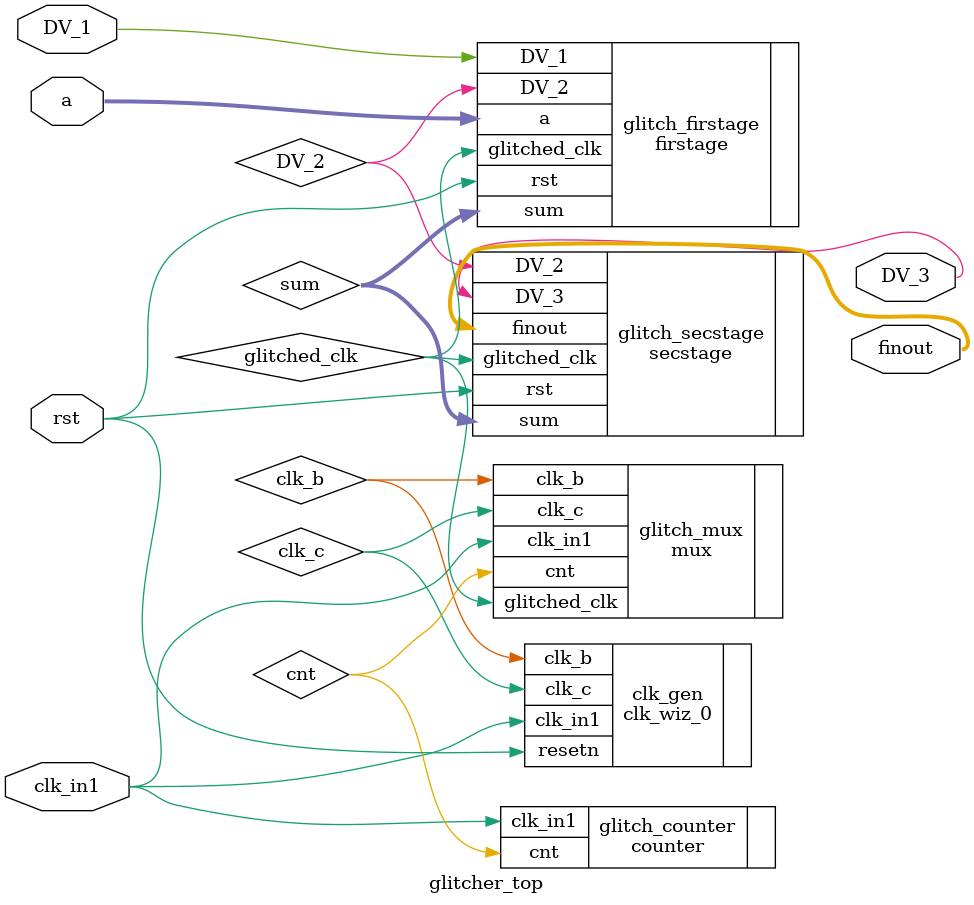
<source format=sv>
`timescale 1ns / 1ps

module glitcher_top (
    input logic clk_in1,      // Main system clock (FPGA clock)
    input logic rst, 
    input logic [7:0] a,
    //input logic [3:0] b,         // Reset button
    output logic [7:0] finout,// LED output
    input logic DV_1,
    output logic DV_3
);

   
    logic clk_b, clk_c;  // Clock wizard outputs
    logic cnt;           // Counter output for glitch control
    logic glitched_clk;  // Glitch-injected clock signal
    logic [7:0] sum;
    logic DV_2;
  
    clk_wiz_0 clk_gen (
        .clk_b(clk_b),
        .clk_c(clk_c),
        .clk_in1(clk_in1),
        .resetn(rst)
    );

  
    counter glitch_counter (
        .clk_in1(clk_in1),
        .cnt(cnt)
    );


    mux glitch_mux (
        .clk_b(clk_b),
        .clk_c(clk_c),
        .cnt(cnt),
        .clk_in1(clk_in1),
        .glitched_clk(glitched_clk)
    );

  
    firstage glitch_firstage(
        
        .glitched_clk(glitched_clk),
        .rst(rst),
        .a(a),
       //.b(b),
        .sum(sum),
        .DV_1(DV_1),
        .DV_2(DV_2)
    );

 secstage glitch_secstage(
        
        .glitched_clk(glitched_clk),
        .rst(rst),
        .sum(sum),
       //.b(b),
        .finout(finout),
        .DV_3(DV_3),
        .DV_2(DV_2)
    );
endmodule


</source>
